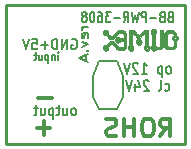
<source format=gbr>
G04 #@! TF.FileFunction,Legend,Bot*
%FSLAX46Y46*%
G04 Gerber Fmt 4.6, Leading zero omitted, Abs format (unit mm)*
G04 Created by KiCad (PCBNEW no-vcs-found-product) date 17.07.2015 (пт) 14,56,54 EEST*
%MOMM*%
G01*
G04 APERTURE LIST*
%ADD10C,0.100000*%
%ADD11C,0.300000*%
%ADD12C,0.200000*%
%ADD13C,0.254000*%
%ADD14C,0.175000*%
%ADD15C,0.150000*%
%ADD16C,0.009000*%
%ADD17C,0.127000*%
G04 APERTURE END LIST*
D10*
D11*
X37571928Y-35857571D02*
X38071928Y-35143286D01*
X38429071Y-35857571D02*
X38429071Y-34357571D01*
X37857643Y-34357571D01*
X37714785Y-34429000D01*
X37643357Y-34500429D01*
X37571928Y-34643286D01*
X37571928Y-34857571D01*
X37643357Y-35000429D01*
X37714785Y-35071857D01*
X37857643Y-35143286D01*
X38429071Y-35143286D01*
X36643357Y-34357571D02*
X36357643Y-34357571D01*
X36214785Y-34429000D01*
X36071928Y-34571857D01*
X36000500Y-34857571D01*
X36000500Y-35357571D01*
X36071928Y-35643286D01*
X36214785Y-35786143D01*
X36357643Y-35857571D01*
X36643357Y-35857571D01*
X36786214Y-35786143D01*
X36929071Y-35643286D01*
X37000500Y-35357571D01*
X37000500Y-34857571D01*
X36929071Y-34571857D01*
X36786214Y-34429000D01*
X36643357Y-34357571D01*
X35357642Y-35857571D02*
X35357642Y-34357571D01*
X35357642Y-35071857D02*
X34500499Y-35071857D01*
X34500499Y-35857571D02*
X34500499Y-34357571D01*
X33857642Y-35786143D02*
X33643356Y-35857571D01*
X33286213Y-35857571D01*
X33143356Y-35786143D01*
X33071927Y-35714714D01*
X33000499Y-35571857D01*
X33000499Y-35429000D01*
X33071927Y-35286143D01*
X33143356Y-35214714D01*
X33286213Y-35143286D01*
X33571927Y-35071857D01*
X33714785Y-35000429D01*
X33786213Y-34929000D01*
X33857642Y-34786143D01*
X33857642Y-34643286D01*
X33786213Y-34500429D01*
X33714785Y-34429000D01*
X33571927Y-34357571D01*
X33214785Y-34357571D01*
X33000499Y-34429000D01*
D12*
X38341072Y-30538143D02*
X38417263Y-30495286D01*
X38455358Y-30452429D01*
X38493453Y-30366714D01*
X38493453Y-30109571D01*
X38455358Y-30023857D01*
X38417263Y-29981000D01*
X38341072Y-29938143D01*
X38226786Y-29938143D01*
X38150596Y-29981000D01*
X38112501Y-30023857D01*
X38074405Y-30109571D01*
X38074405Y-30366714D01*
X38112501Y-30452429D01*
X38150596Y-30495286D01*
X38226786Y-30538143D01*
X38341072Y-30538143D01*
X37731548Y-29938143D02*
X37731548Y-30838143D01*
X37731548Y-29981000D02*
X37655357Y-29938143D01*
X37502976Y-29938143D01*
X37426786Y-29981000D01*
X37388691Y-30023857D01*
X37350595Y-30109571D01*
X37350595Y-30366714D01*
X37388691Y-30452429D01*
X37426786Y-30495286D01*
X37502976Y-30538143D01*
X37655357Y-30538143D01*
X37731548Y-30495286D01*
X35979166Y-30538143D02*
X36436309Y-30538143D01*
X36207738Y-30538143D02*
X36207738Y-29638143D01*
X36283928Y-29766714D01*
X36360119Y-29852429D01*
X36436309Y-29895286D01*
X35674404Y-29723857D02*
X35636309Y-29681000D01*
X35560118Y-29638143D01*
X35369642Y-29638143D01*
X35293452Y-29681000D01*
X35255356Y-29723857D01*
X35217261Y-29809571D01*
X35217261Y-29895286D01*
X35255356Y-30023857D01*
X35712499Y-30538143D01*
X35217261Y-30538143D01*
X34988690Y-29638143D02*
X34722023Y-30538143D01*
X34455356Y-29638143D01*
X37941072Y-31955286D02*
X38017262Y-31998143D01*
X38169643Y-31998143D01*
X38245834Y-31955286D01*
X38283929Y-31912429D01*
X38322024Y-31826714D01*
X38322024Y-31569571D01*
X38283929Y-31483857D01*
X38245834Y-31441000D01*
X38169643Y-31398143D01*
X38017262Y-31398143D01*
X37941072Y-31441000D01*
X37483929Y-31998143D02*
X37560120Y-31955286D01*
X37598215Y-31869571D01*
X37598215Y-31098143D01*
X36607738Y-31183857D02*
X36569643Y-31141000D01*
X36493452Y-31098143D01*
X36302976Y-31098143D01*
X36226786Y-31141000D01*
X36188690Y-31183857D01*
X36150595Y-31269571D01*
X36150595Y-31355286D01*
X36188690Y-31483857D01*
X36645833Y-31998143D01*
X36150595Y-31998143D01*
X35464881Y-31398143D02*
X35464881Y-31998143D01*
X35655357Y-31055286D02*
X35845833Y-31698143D01*
X35350595Y-31698143D01*
X35160119Y-31098143D02*
X34893452Y-31998143D01*
X34626785Y-31098143D01*
D11*
X28257428Y-35159143D02*
X27114571Y-35159143D01*
X27686000Y-35730571D02*
X27686000Y-34587714D01*
X28384428Y-32619143D02*
X27241571Y-32619143D01*
D13*
X39700000Y-36500000D02*
X39700000Y-24750000D01*
X35941000Y-36500000D02*
X39700000Y-36500000D01*
X35941000Y-24750000D02*
X39700000Y-24750000D01*
D12*
X31476905Y-26610643D02*
X30943571Y-26610643D01*
X31095952Y-26610643D02*
X31019762Y-26653500D01*
X30981667Y-26696357D01*
X30943571Y-26782071D01*
X30943571Y-26867786D01*
X31438810Y-27510643D02*
X31476905Y-27424929D01*
X31476905Y-27253500D01*
X31438810Y-27167786D01*
X31362619Y-27124929D01*
X31057857Y-27124929D01*
X30981667Y-27167786D01*
X30943571Y-27253500D01*
X30943571Y-27424929D01*
X30981667Y-27510643D01*
X31057857Y-27553500D01*
X31134048Y-27553500D01*
X31210238Y-27124929D01*
X30943571Y-27853500D02*
X31476905Y-28067786D01*
X30943571Y-28282072D01*
X31400714Y-28624929D02*
X31438810Y-28667786D01*
X31476905Y-28624929D01*
X31438810Y-28582072D01*
X31400714Y-28624929D01*
X31476905Y-28624929D01*
X31248333Y-29010643D02*
X31248333Y-29439214D01*
X31476905Y-28924928D02*
X30676905Y-29224928D01*
X31476905Y-29524928D01*
D14*
X38398001Y-25716714D02*
X38298001Y-25759571D01*
X38264668Y-25802429D01*
X38231334Y-25888143D01*
X38231334Y-26016714D01*
X38264668Y-26102429D01*
X38298001Y-26145286D01*
X38364668Y-26188143D01*
X38631334Y-26188143D01*
X38631334Y-25288143D01*
X38398001Y-25288143D01*
X38331334Y-25331000D01*
X38298001Y-25373857D01*
X38264668Y-25459571D01*
X38264668Y-25545286D01*
X38298001Y-25631000D01*
X38331334Y-25673857D01*
X38398001Y-25716714D01*
X38631334Y-25716714D01*
X37698001Y-25716714D02*
X37598001Y-25759571D01*
X37564668Y-25802429D01*
X37531334Y-25888143D01*
X37531334Y-26016714D01*
X37564668Y-26102429D01*
X37598001Y-26145286D01*
X37664668Y-26188143D01*
X37931334Y-26188143D01*
X37931334Y-25288143D01*
X37698001Y-25288143D01*
X37631334Y-25331000D01*
X37598001Y-25373857D01*
X37564668Y-25459571D01*
X37564668Y-25545286D01*
X37598001Y-25631000D01*
X37631334Y-25673857D01*
X37698001Y-25716714D01*
X37931334Y-25716714D01*
X37231334Y-25845286D02*
X36698001Y-25845286D01*
X36364667Y-26188143D02*
X36364667Y-25288143D01*
X36098001Y-25288143D01*
X36031334Y-25331000D01*
X35998001Y-25373857D01*
X35964667Y-25459571D01*
X35964667Y-25588143D01*
X35998001Y-25673857D01*
X36031334Y-25716714D01*
X36098001Y-25759571D01*
X36364667Y-25759571D01*
X35731334Y-25288143D02*
X35564667Y-26188143D01*
X35431334Y-25545286D01*
X35298001Y-26188143D01*
X35131334Y-25288143D01*
X34464667Y-26188143D02*
X34698001Y-25759571D01*
X34864667Y-26188143D02*
X34864667Y-25288143D01*
X34598001Y-25288143D01*
X34531334Y-25331000D01*
X34498001Y-25373857D01*
X34464667Y-25459571D01*
X34464667Y-25588143D01*
X34498001Y-25673857D01*
X34531334Y-25716714D01*
X34598001Y-25759571D01*
X34864667Y-25759571D01*
X34164667Y-25845286D02*
X33631334Y-25845286D01*
X33364667Y-25288143D02*
X32931334Y-25288143D01*
X33164667Y-25631000D01*
X33064667Y-25631000D01*
X32998000Y-25673857D01*
X32964667Y-25716714D01*
X32931334Y-25802429D01*
X32931334Y-26016714D01*
X32964667Y-26102429D01*
X32998000Y-26145286D01*
X33064667Y-26188143D01*
X33264667Y-26188143D01*
X33331334Y-26145286D01*
X33364667Y-26102429D01*
X32331333Y-25288143D02*
X32464667Y-25288143D01*
X32531333Y-25331000D01*
X32564667Y-25373857D01*
X32631333Y-25502429D01*
X32664667Y-25673857D01*
X32664667Y-26016714D01*
X32631333Y-26102429D01*
X32598000Y-26145286D01*
X32531333Y-26188143D01*
X32398000Y-26188143D01*
X32331333Y-26145286D01*
X32298000Y-26102429D01*
X32264667Y-26016714D01*
X32264667Y-25802429D01*
X32298000Y-25716714D01*
X32331333Y-25673857D01*
X32398000Y-25631000D01*
X32531333Y-25631000D01*
X32598000Y-25673857D01*
X32631333Y-25716714D01*
X32664667Y-25802429D01*
X31831333Y-25288143D02*
X31764666Y-25288143D01*
X31698000Y-25331000D01*
X31664666Y-25373857D01*
X31631333Y-25459571D01*
X31598000Y-25631000D01*
X31598000Y-25845286D01*
X31631333Y-26016714D01*
X31664666Y-26102429D01*
X31698000Y-26145286D01*
X31764666Y-26188143D01*
X31831333Y-26188143D01*
X31898000Y-26145286D01*
X31931333Y-26102429D01*
X31964666Y-26016714D01*
X31998000Y-25845286D01*
X31998000Y-25631000D01*
X31964666Y-25459571D01*
X31931333Y-25373857D01*
X31898000Y-25331000D01*
X31831333Y-25288143D01*
X31197999Y-25673857D02*
X31264666Y-25631000D01*
X31297999Y-25588143D01*
X31331333Y-25502429D01*
X31331333Y-25459571D01*
X31297999Y-25373857D01*
X31264666Y-25331000D01*
X31197999Y-25288143D01*
X31064666Y-25288143D01*
X30997999Y-25331000D01*
X30964666Y-25373857D01*
X30931333Y-25459571D01*
X30931333Y-25502429D01*
X30964666Y-25588143D01*
X30997999Y-25631000D01*
X31064666Y-25673857D01*
X31197999Y-25673857D01*
X31264666Y-25716714D01*
X31297999Y-25759571D01*
X31331333Y-25845286D01*
X31331333Y-26016714D01*
X31297999Y-26102429D01*
X31264666Y-26145286D01*
X31197999Y-26188143D01*
X31064666Y-26188143D01*
X30997999Y-26145286D01*
X30964666Y-26102429D01*
X30931333Y-26016714D01*
X30931333Y-25845286D01*
X30964666Y-25759571D01*
X30997999Y-25716714D01*
X31064666Y-25673857D01*
D15*
X28925714Y-29399667D02*
X28925714Y-28933000D01*
X28925714Y-28699667D02*
X28954285Y-28733000D01*
X28925714Y-28766333D01*
X28897142Y-28733000D01*
X28925714Y-28699667D01*
X28925714Y-28766333D01*
X28640000Y-28933000D02*
X28640000Y-29399667D01*
X28640000Y-28999667D02*
X28611428Y-28966333D01*
X28554286Y-28933000D01*
X28468571Y-28933000D01*
X28411428Y-28966333D01*
X28382857Y-29033000D01*
X28382857Y-29399667D01*
X28097143Y-28933000D02*
X28097143Y-29633000D01*
X28097143Y-28966333D02*
X28040000Y-28933000D01*
X27925714Y-28933000D01*
X27868571Y-28966333D01*
X27840000Y-28999667D01*
X27811429Y-29066333D01*
X27811429Y-29266333D01*
X27840000Y-29333000D01*
X27868571Y-29366333D01*
X27925714Y-29399667D01*
X28040000Y-29399667D01*
X28097143Y-29366333D01*
X27297143Y-28933000D02*
X27297143Y-29399667D01*
X27554286Y-28933000D02*
X27554286Y-29299667D01*
X27525714Y-29366333D01*
X27468572Y-29399667D01*
X27382857Y-29399667D01*
X27325714Y-29366333D01*
X27297143Y-29333000D01*
X27097143Y-28933000D02*
X26868572Y-28933000D01*
X27011429Y-28699667D02*
X27011429Y-29299667D01*
X26982857Y-29366333D01*
X26925715Y-29399667D01*
X26868572Y-29399667D01*
D12*
X30073523Y-27617000D02*
X30149714Y-27574143D01*
X30263999Y-27574143D01*
X30378285Y-27617000D01*
X30454476Y-27702714D01*
X30492571Y-27788429D01*
X30530666Y-27959857D01*
X30530666Y-28088429D01*
X30492571Y-28259857D01*
X30454476Y-28345571D01*
X30378285Y-28431286D01*
X30263999Y-28474143D01*
X30187809Y-28474143D01*
X30073523Y-28431286D01*
X30035428Y-28388429D01*
X30035428Y-28088429D01*
X30187809Y-28088429D01*
X29692571Y-28474143D02*
X29692571Y-27574143D01*
X29235428Y-28474143D01*
X29235428Y-27574143D01*
X28854476Y-28474143D02*
X28854476Y-27574143D01*
X28664000Y-27574143D01*
X28549714Y-27617000D01*
X28473523Y-27702714D01*
X28435428Y-27788429D01*
X28397333Y-27959857D01*
X28397333Y-28088429D01*
X28435428Y-28259857D01*
X28473523Y-28345571D01*
X28549714Y-28431286D01*
X28664000Y-28474143D01*
X28854476Y-28474143D01*
X28079571Y-28131286D02*
X27470047Y-28131286D01*
X27774809Y-28474143D02*
X27774809Y-27788429D01*
X26708142Y-27574143D02*
X27089095Y-27574143D01*
X27127190Y-28002714D01*
X27089095Y-27959857D01*
X27012904Y-27917000D01*
X26822428Y-27917000D01*
X26746238Y-27959857D01*
X26708142Y-28002714D01*
X26670047Y-28088429D01*
X26670047Y-28302714D01*
X26708142Y-28388429D01*
X26746238Y-28431286D01*
X26822428Y-28474143D01*
X27012904Y-28474143D01*
X27089095Y-28431286D01*
X27127190Y-28388429D01*
X26441476Y-27574143D02*
X26174809Y-28474143D01*
X25908142Y-27574143D01*
X30302001Y-34062143D02*
X30378192Y-34019286D01*
X30416287Y-33976429D01*
X30454382Y-33890714D01*
X30454382Y-33633571D01*
X30416287Y-33547857D01*
X30378192Y-33505000D01*
X30302001Y-33462143D01*
X30187715Y-33462143D01*
X30111525Y-33505000D01*
X30073430Y-33547857D01*
X30035334Y-33633571D01*
X30035334Y-33890714D01*
X30073430Y-33976429D01*
X30111525Y-34019286D01*
X30187715Y-34062143D01*
X30302001Y-34062143D01*
X29349620Y-33462143D02*
X29349620Y-34062143D01*
X29692477Y-33462143D02*
X29692477Y-33933571D01*
X29654382Y-34019286D01*
X29578191Y-34062143D01*
X29463905Y-34062143D01*
X29387715Y-34019286D01*
X29349620Y-33976429D01*
X29082953Y-33462143D02*
X28778191Y-33462143D01*
X28968667Y-33162143D02*
X28968667Y-33933571D01*
X28930572Y-34019286D01*
X28854381Y-34062143D01*
X28778191Y-34062143D01*
X28511524Y-33462143D02*
X28511524Y-34362143D01*
X28511524Y-33505000D02*
X28435333Y-33462143D01*
X28282952Y-33462143D01*
X28206762Y-33505000D01*
X28168667Y-33547857D01*
X28130571Y-33633571D01*
X28130571Y-33890714D01*
X28168667Y-33976429D01*
X28206762Y-34019286D01*
X28282952Y-34062143D01*
X28435333Y-34062143D01*
X28511524Y-34019286D01*
X27444857Y-33462143D02*
X27444857Y-34062143D01*
X27787714Y-33462143D02*
X27787714Y-33933571D01*
X27749619Y-34019286D01*
X27673428Y-34062143D01*
X27559142Y-34062143D01*
X27482952Y-34019286D01*
X27444857Y-33976429D01*
X27178190Y-33462143D02*
X26873428Y-33462143D01*
X27063904Y-33162143D02*
X27063904Y-33933571D01*
X27025809Y-34019286D01*
X26949618Y-34062143D01*
X26873428Y-34062143D01*
D13*
X35941000Y-36500000D02*
X24511000Y-36500000D01*
X24511000Y-24750000D02*
X35941000Y-24750000D01*
X24511000Y-36500000D02*
X24511000Y-24750000D01*
D16*
G36*
X36756658Y-28358094D02*
X36758846Y-28406273D01*
X36768806Y-28449558D01*
X36774755Y-28463742D01*
X36798293Y-28500381D01*
X36831039Y-28536932D01*
X36867940Y-28568350D01*
X36898078Y-28586900D01*
X36921440Y-28594740D01*
X36921440Y-28367990D01*
X36924507Y-28333795D01*
X36935075Y-28311738D01*
X36955198Y-28299723D01*
X36986929Y-28295655D01*
X36992374Y-28295600D01*
X37018029Y-28297375D01*
X37038858Y-28301908D01*
X37046132Y-28305329D01*
X37059353Y-28323325D01*
X37066333Y-28349871D01*
X37067063Y-28379647D01*
X37061532Y-28407330D01*
X37049732Y-28427597D01*
X37046362Y-28430483D01*
X37026257Y-28438266D01*
X36998751Y-28440816D01*
X36969980Y-28438429D01*
X36946080Y-28431406D01*
X36936680Y-28425140D01*
X36926825Y-28410456D01*
X36922225Y-28388999D01*
X36921440Y-28367990D01*
X36921440Y-28594740D01*
X36934054Y-28598973D01*
X36977149Y-28605359D01*
X37021067Y-28605700D01*
X37059510Y-28599637D01*
X37068770Y-28596617D01*
X37100268Y-28581013D01*
X37133397Y-28558825D01*
X37162940Y-28533987D01*
X37183683Y-28510432D01*
X37184330Y-28509459D01*
X37199570Y-28486144D01*
X37361740Y-28486122D01*
X37421008Y-28485844D01*
X37466914Y-28484956D01*
X37501324Y-28483349D01*
X37526109Y-28480914D01*
X37543137Y-28477544D01*
X37550055Y-28475176D01*
X37565384Y-28465540D01*
X37588638Y-28446971D01*
X37617551Y-28421670D01*
X37649857Y-28391840D01*
X37683292Y-28359686D01*
X37715590Y-28327409D01*
X37744485Y-28297213D01*
X37767712Y-28271300D01*
X37783005Y-28251874D01*
X37787364Y-28244410D01*
X37789227Y-28237664D01*
X37790863Y-28226195D01*
X37792287Y-28209117D01*
X37793512Y-28185543D01*
X37794549Y-28154586D01*
X37795414Y-28115358D01*
X37796119Y-28066974D01*
X37796678Y-28008546D01*
X37797103Y-27939186D01*
X37797409Y-27858009D01*
X37797608Y-27764128D01*
X37797713Y-27656654D01*
X37797740Y-27552895D01*
X37797740Y-26885900D01*
X37679630Y-26885900D01*
X37561520Y-26885900D01*
X37561520Y-27516659D01*
X37561520Y-28147419D01*
X37509894Y-28198649D01*
X37458268Y-28249880D01*
X37328919Y-28249858D01*
X37199570Y-28249836D01*
X37184330Y-28226521D01*
X37164934Y-28204018D01*
X37136543Y-28179525D01*
X37104219Y-28156942D01*
X37073023Y-28140166D01*
X37071097Y-28139345D01*
X37032247Y-28129490D01*
X36986829Y-28127731D01*
X36940993Y-28133766D01*
X36900889Y-28147292D01*
X36899917Y-28147771D01*
X36855489Y-28176317D01*
X36814999Y-28214143D01*
X36783254Y-28256504D01*
X36775508Y-28270683D01*
X36762220Y-28310928D01*
X36756658Y-28358094D01*
X36756658Y-28358094D01*
X36756658Y-28358094D01*
G37*
X36756658Y-28358094D02*
X36758846Y-28406273D01*
X36768806Y-28449558D01*
X36774755Y-28463742D01*
X36798293Y-28500381D01*
X36831039Y-28536932D01*
X36867940Y-28568350D01*
X36898078Y-28586900D01*
X36921440Y-28594740D01*
X36921440Y-28367990D01*
X36924507Y-28333795D01*
X36935075Y-28311738D01*
X36955198Y-28299723D01*
X36986929Y-28295655D01*
X36992374Y-28295600D01*
X37018029Y-28297375D01*
X37038858Y-28301908D01*
X37046132Y-28305329D01*
X37059353Y-28323325D01*
X37066333Y-28349871D01*
X37067063Y-28379647D01*
X37061532Y-28407330D01*
X37049732Y-28427597D01*
X37046362Y-28430483D01*
X37026257Y-28438266D01*
X36998751Y-28440816D01*
X36969980Y-28438429D01*
X36946080Y-28431406D01*
X36936680Y-28425140D01*
X36926825Y-28410456D01*
X36922225Y-28388999D01*
X36921440Y-28367990D01*
X36921440Y-28594740D01*
X36934054Y-28598973D01*
X36977149Y-28605359D01*
X37021067Y-28605700D01*
X37059510Y-28599637D01*
X37068770Y-28596617D01*
X37100268Y-28581013D01*
X37133397Y-28558825D01*
X37162940Y-28533987D01*
X37183683Y-28510432D01*
X37184330Y-28509459D01*
X37199570Y-28486144D01*
X37361740Y-28486122D01*
X37421008Y-28485844D01*
X37466914Y-28484956D01*
X37501324Y-28483349D01*
X37526109Y-28480914D01*
X37543137Y-28477544D01*
X37550055Y-28475176D01*
X37565384Y-28465540D01*
X37588638Y-28446971D01*
X37617551Y-28421670D01*
X37649857Y-28391840D01*
X37683292Y-28359686D01*
X37715590Y-28327409D01*
X37744485Y-28297213D01*
X37767712Y-28271300D01*
X37783005Y-28251874D01*
X37787364Y-28244410D01*
X37789227Y-28237664D01*
X37790863Y-28226195D01*
X37792287Y-28209117D01*
X37793512Y-28185543D01*
X37794549Y-28154586D01*
X37795414Y-28115358D01*
X37796119Y-28066974D01*
X37796678Y-28008546D01*
X37797103Y-27939186D01*
X37797409Y-27858009D01*
X37797608Y-27764128D01*
X37797713Y-27656654D01*
X37797740Y-27552895D01*
X37797740Y-26885900D01*
X37679630Y-26885900D01*
X37561520Y-26885900D01*
X37561520Y-27516659D01*
X37561520Y-28147419D01*
X37509894Y-28198649D01*
X37458268Y-28249880D01*
X37328919Y-28249858D01*
X37199570Y-28249836D01*
X37184330Y-28226521D01*
X37164934Y-28204018D01*
X37136543Y-28179525D01*
X37104219Y-28156942D01*
X37073023Y-28140166D01*
X37071097Y-28139345D01*
X37032247Y-28129490D01*
X36986829Y-28127731D01*
X36940993Y-28133766D01*
X36900889Y-28147292D01*
X36899917Y-28147771D01*
X36855489Y-28176317D01*
X36814999Y-28214143D01*
X36783254Y-28256504D01*
X36775508Y-28270683D01*
X36762220Y-28310928D01*
X36756658Y-28358094D01*
X36756658Y-28358094D01*
G36*
X34812443Y-28343021D02*
X34813046Y-28391796D01*
X34822330Y-28438946D01*
X34831924Y-28463742D01*
X34855085Y-28500127D01*
X34887588Y-28536594D01*
X34924416Y-28568112D01*
X34954978Y-28587065D01*
X34978340Y-28594681D01*
X34978340Y-28367990D01*
X34981407Y-28333795D01*
X34991975Y-28311738D01*
X35012098Y-28299723D01*
X35043829Y-28295655D01*
X35049274Y-28295600D01*
X35074929Y-28297375D01*
X35095758Y-28301908D01*
X35103032Y-28305329D01*
X35116253Y-28323325D01*
X35123233Y-28349871D01*
X35123963Y-28379647D01*
X35118432Y-28407330D01*
X35106632Y-28427597D01*
X35103262Y-28430483D01*
X35083157Y-28438266D01*
X35055651Y-28440816D01*
X35026880Y-28438429D01*
X35002980Y-28431406D01*
X34993580Y-28425140D01*
X34983725Y-28410456D01*
X34979125Y-28388999D01*
X34978340Y-28367990D01*
X34978340Y-28594681D01*
X34994781Y-28600041D01*
X35041765Y-28605235D01*
X35090025Y-28602672D01*
X35133650Y-28592373D01*
X35148037Y-28586312D01*
X35191199Y-28558247D01*
X35231196Y-28519753D01*
X35263381Y-28475570D01*
X35271665Y-28460204D01*
X35286212Y-28417365D01*
X35292026Y-28369759D01*
X35288817Y-28323372D01*
X35279851Y-28291862D01*
X35263280Y-28260163D01*
X35240731Y-28227285D01*
X35216056Y-28198253D01*
X35193104Y-28178092D01*
X35192199Y-28177490D01*
X35168884Y-28162250D01*
X35168862Y-27642185D01*
X35168840Y-27122120D01*
X35201281Y-27122120D01*
X35210014Y-27122327D01*
X35218214Y-27123644D01*
X35227098Y-27127112D01*
X35237882Y-27133775D01*
X35251786Y-27144673D01*
X35270024Y-27160850D01*
X35293817Y-27183347D01*
X35324379Y-27213208D01*
X35362929Y-27251473D01*
X35410684Y-27299186D01*
X35426071Y-27314580D01*
X35618420Y-27507040D01*
X35618398Y-27579375D01*
X35618233Y-27612999D01*
X35617146Y-27634842D01*
X35614217Y-27648361D01*
X35608523Y-27657015D01*
X35599144Y-27664263D01*
X35595061Y-27666950D01*
X35569638Y-27689062D01*
X35543802Y-27720597D01*
X35521338Y-27756331D01*
X35506768Y-27788820D01*
X35498243Y-27832481D01*
X35498846Y-27881256D01*
X35508130Y-27928406D01*
X35517724Y-27953202D01*
X35540885Y-27989587D01*
X35573388Y-28026053D01*
X35610216Y-28057572D01*
X35640778Y-28076524D01*
X35664140Y-28084141D01*
X35664140Y-27857450D01*
X35667207Y-27823255D01*
X35677775Y-27801198D01*
X35697898Y-27789183D01*
X35729629Y-27785115D01*
X35735074Y-27785060D01*
X35760729Y-27786835D01*
X35781558Y-27791368D01*
X35788832Y-27794789D01*
X35802053Y-27812785D01*
X35809033Y-27839331D01*
X35809763Y-27869107D01*
X35804232Y-27896790D01*
X35792432Y-27917057D01*
X35789062Y-27919943D01*
X35768957Y-27927726D01*
X35741451Y-27930276D01*
X35712680Y-27927889D01*
X35688780Y-27920866D01*
X35679380Y-27914600D01*
X35669525Y-27899916D01*
X35664925Y-27878459D01*
X35664140Y-27857450D01*
X35664140Y-28084141D01*
X35680581Y-28089501D01*
X35727565Y-28094695D01*
X35775825Y-28092132D01*
X35819450Y-28081833D01*
X35833836Y-28075772D01*
X35876999Y-28047707D01*
X35916996Y-28009213D01*
X35949181Y-27965030D01*
X35957465Y-27949664D01*
X35972012Y-27906825D01*
X35977826Y-27859219D01*
X35974617Y-27812832D01*
X35965651Y-27781322D01*
X35949080Y-27749623D01*
X35926531Y-27716745D01*
X35901856Y-27687713D01*
X35878904Y-27667552D01*
X35877999Y-27666950D01*
X35867194Y-27659405D01*
X35860380Y-27651600D01*
X35856636Y-27640078D01*
X35855040Y-27621379D01*
X35854672Y-27592046D01*
X35854662Y-27579375D01*
X35854640Y-27507040D01*
X36046989Y-27314580D01*
X36097576Y-27263999D01*
X36138613Y-27223160D01*
X36171317Y-27191022D01*
X36196906Y-27166543D01*
X36216596Y-27148679D01*
X36231605Y-27136390D01*
X36243150Y-27128632D01*
X36252449Y-27124364D01*
X36260719Y-27122543D01*
X36269177Y-27122127D01*
X36271779Y-27122120D01*
X36304220Y-27122120D01*
X36304198Y-27642185D01*
X36304176Y-28162250D01*
X36280861Y-28177490D01*
X36255438Y-28199602D01*
X36229602Y-28231137D01*
X36207138Y-28266871D01*
X36192568Y-28299360D01*
X36184043Y-28343021D01*
X36184646Y-28391796D01*
X36193930Y-28438946D01*
X36203524Y-28463742D01*
X36226744Y-28500213D01*
X36259295Y-28536694D01*
X36296133Y-28568136D01*
X36326578Y-28586900D01*
X36349940Y-28594751D01*
X36349940Y-28367990D01*
X36353007Y-28333795D01*
X36363575Y-28311738D01*
X36383698Y-28299723D01*
X36415429Y-28295655D01*
X36420874Y-28295600D01*
X36446529Y-28297375D01*
X36467358Y-28301908D01*
X36474632Y-28305329D01*
X36487853Y-28323325D01*
X36494833Y-28349871D01*
X36495563Y-28379647D01*
X36490032Y-28407330D01*
X36478232Y-28427597D01*
X36474862Y-28430483D01*
X36454757Y-28438266D01*
X36427251Y-28440816D01*
X36398480Y-28438429D01*
X36374580Y-28431406D01*
X36365180Y-28425140D01*
X36355325Y-28410456D01*
X36350725Y-28388999D01*
X36349940Y-28367990D01*
X36349940Y-28594751D01*
X36362208Y-28598874D01*
X36404964Y-28605290D01*
X36448583Y-28605784D01*
X36486803Y-28599993D01*
X36496826Y-28596770D01*
X36546693Y-28570326D01*
X36592051Y-28532044D01*
X36629500Y-28485288D01*
X36651677Y-28443577D01*
X36659769Y-28412138D01*
X36662852Y-28373049D01*
X36660936Y-28333051D01*
X36654032Y-28298885D01*
X36651451Y-28291862D01*
X36634880Y-28260163D01*
X36612331Y-28227285D01*
X36587656Y-28198253D01*
X36564704Y-28178092D01*
X36563799Y-28177490D01*
X36540484Y-28162250D01*
X36540462Y-27524075D01*
X36540440Y-26885900D01*
X36358056Y-26885900D01*
X36299249Y-26886240D01*
X36247850Y-26887214D01*
X36205702Y-26888748D01*
X36174645Y-26890771D01*
X36156521Y-26893211D01*
X36154221Y-26893880D01*
X36144027Y-26900977D01*
X36124482Y-26917654D01*
X36096939Y-26942643D01*
X36062752Y-26974674D01*
X36023276Y-27012481D01*
X35979863Y-27054795D01*
X35934596Y-27099621D01*
X35736421Y-27297383D01*
X35542165Y-27102304D01*
X35496562Y-27056887D01*
X35453403Y-27014625D01*
X35414078Y-26976823D01*
X35379977Y-26944791D01*
X35352491Y-26919835D01*
X35333009Y-26903264D01*
X35323390Y-26896563D01*
X35311228Y-26892940D01*
X35292370Y-26890172D01*
X35265107Y-26888172D01*
X35227732Y-26886852D01*
X35178539Y-26886123D01*
X35115821Y-26885900D01*
X35115745Y-26885900D01*
X34932620Y-26885900D01*
X34932598Y-27524075D01*
X34932576Y-28162250D01*
X34909261Y-28177490D01*
X34883838Y-28199602D01*
X34858002Y-28231137D01*
X34835538Y-28266871D01*
X34820968Y-28299360D01*
X34812443Y-28343021D01*
X34812443Y-28343021D01*
X34812443Y-28343021D01*
G37*
X34812443Y-28343021D02*
X34813046Y-28391796D01*
X34822330Y-28438946D01*
X34831924Y-28463742D01*
X34855085Y-28500127D01*
X34887588Y-28536594D01*
X34924416Y-28568112D01*
X34954978Y-28587065D01*
X34978340Y-28594681D01*
X34978340Y-28367990D01*
X34981407Y-28333795D01*
X34991975Y-28311738D01*
X35012098Y-28299723D01*
X35043829Y-28295655D01*
X35049274Y-28295600D01*
X35074929Y-28297375D01*
X35095758Y-28301908D01*
X35103032Y-28305329D01*
X35116253Y-28323325D01*
X35123233Y-28349871D01*
X35123963Y-28379647D01*
X35118432Y-28407330D01*
X35106632Y-28427597D01*
X35103262Y-28430483D01*
X35083157Y-28438266D01*
X35055651Y-28440816D01*
X35026880Y-28438429D01*
X35002980Y-28431406D01*
X34993580Y-28425140D01*
X34983725Y-28410456D01*
X34979125Y-28388999D01*
X34978340Y-28367990D01*
X34978340Y-28594681D01*
X34994781Y-28600041D01*
X35041765Y-28605235D01*
X35090025Y-28602672D01*
X35133650Y-28592373D01*
X35148037Y-28586312D01*
X35191199Y-28558247D01*
X35231196Y-28519753D01*
X35263381Y-28475570D01*
X35271665Y-28460204D01*
X35286212Y-28417365D01*
X35292026Y-28369759D01*
X35288817Y-28323372D01*
X35279851Y-28291862D01*
X35263280Y-28260163D01*
X35240731Y-28227285D01*
X35216056Y-28198253D01*
X35193104Y-28178092D01*
X35192199Y-28177490D01*
X35168884Y-28162250D01*
X35168862Y-27642185D01*
X35168840Y-27122120D01*
X35201281Y-27122120D01*
X35210014Y-27122327D01*
X35218214Y-27123644D01*
X35227098Y-27127112D01*
X35237882Y-27133775D01*
X35251786Y-27144673D01*
X35270024Y-27160850D01*
X35293817Y-27183347D01*
X35324379Y-27213208D01*
X35362929Y-27251473D01*
X35410684Y-27299186D01*
X35426071Y-27314580D01*
X35618420Y-27507040D01*
X35618398Y-27579375D01*
X35618233Y-27612999D01*
X35617146Y-27634842D01*
X35614217Y-27648361D01*
X35608523Y-27657015D01*
X35599144Y-27664263D01*
X35595061Y-27666950D01*
X35569638Y-27689062D01*
X35543802Y-27720597D01*
X35521338Y-27756331D01*
X35506768Y-27788820D01*
X35498243Y-27832481D01*
X35498846Y-27881256D01*
X35508130Y-27928406D01*
X35517724Y-27953202D01*
X35540885Y-27989587D01*
X35573388Y-28026053D01*
X35610216Y-28057572D01*
X35640778Y-28076524D01*
X35664140Y-28084141D01*
X35664140Y-27857450D01*
X35667207Y-27823255D01*
X35677775Y-27801198D01*
X35697898Y-27789183D01*
X35729629Y-27785115D01*
X35735074Y-27785060D01*
X35760729Y-27786835D01*
X35781558Y-27791368D01*
X35788832Y-27794789D01*
X35802053Y-27812785D01*
X35809033Y-27839331D01*
X35809763Y-27869107D01*
X35804232Y-27896790D01*
X35792432Y-27917057D01*
X35789062Y-27919943D01*
X35768957Y-27927726D01*
X35741451Y-27930276D01*
X35712680Y-27927889D01*
X35688780Y-27920866D01*
X35679380Y-27914600D01*
X35669525Y-27899916D01*
X35664925Y-27878459D01*
X35664140Y-27857450D01*
X35664140Y-28084141D01*
X35680581Y-28089501D01*
X35727565Y-28094695D01*
X35775825Y-28092132D01*
X35819450Y-28081833D01*
X35833836Y-28075772D01*
X35876999Y-28047707D01*
X35916996Y-28009213D01*
X35949181Y-27965030D01*
X35957465Y-27949664D01*
X35972012Y-27906825D01*
X35977826Y-27859219D01*
X35974617Y-27812832D01*
X35965651Y-27781322D01*
X35949080Y-27749623D01*
X35926531Y-27716745D01*
X35901856Y-27687713D01*
X35878904Y-27667552D01*
X35877999Y-27666950D01*
X35867194Y-27659405D01*
X35860380Y-27651600D01*
X35856636Y-27640078D01*
X35855040Y-27621379D01*
X35854672Y-27592046D01*
X35854662Y-27579375D01*
X35854640Y-27507040D01*
X36046989Y-27314580D01*
X36097576Y-27263999D01*
X36138613Y-27223160D01*
X36171317Y-27191022D01*
X36196906Y-27166543D01*
X36216596Y-27148679D01*
X36231605Y-27136390D01*
X36243150Y-27128632D01*
X36252449Y-27124364D01*
X36260719Y-27122543D01*
X36269177Y-27122127D01*
X36271779Y-27122120D01*
X36304220Y-27122120D01*
X36304198Y-27642185D01*
X36304176Y-28162250D01*
X36280861Y-28177490D01*
X36255438Y-28199602D01*
X36229602Y-28231137D01*
X36207138Y-28266871D01*
X36192568Y-28299360D01*
X36184043Y-28343021D01*
X36184646Y-28391796D01*
X36193930Y-28438946D01*
X36203524Y-28463742D01*
X36226744Y-28500213D01*
X36259295Y-28536694D01*
X36296133Y-28568136D01*
X36326578Y-28586900D01*
X36349940Y-28594751D01*
X36349940Y-28367990D01*
X36353007Y-28333795D01*
X36363575Y-28311738D01*
X36383698Y-28299723D01*
X36415429Y-28295655D01*
X36420874Y-28295600D01*
X36446529Y-28297375D01*
X36467358Y-28301908D01*
X36474632Y-28305329D01*
X36487853Y-28323325D01*
X36494833Y-28349871D01*
X36495563Y-28379647D01*
X36490032Y-28407330D01*
X36478232Y-28427597D01*
X36474862Y-28430483D01*
X36454757Y-28438266D01*
X36427251Y-28440816D01*
X36398480Y-28438429D01*
X36374580Y-28431406D01*
X36365180Y-28425140D01*
X36355325Y-28410456D01*
X36350725Y-28388999D01*
X36349940Y-28367990D01*
X36349940Y-28594751D01*
X36362208Y-28598874D01*
X36404964Y-28605290D01*
X36448583Y-28605784D01*
X36486803Y-28599993D01*
X36496826Y-28596770D01*
X36546693Y-28570326D01*
X36592051Y-28532044D01*
X36629500Y-28485288D01*
X36651677Y-28443577D01*
X36659769Y-28412138D01*
X36662852Y-28373049D01*
X36660936Y-28333051D01*
X36654032Y-28298885D01*
X36651451Y-28291862D01*
X36634880Y-28260163D01*
X36612331Y-28227285D01*
X36587656Y-28198253D01*
X36564704Y-28178092D01*
X36563799Y-28177490D01*
X36540484Y-28162250D01*
X36540462Y-27524075D01*
X36540440Y-26885900D01*
X36358056Y-26885900D01*
X36299249Y-26886240D01*
X36247850Y-26887214D01*
X36205702Y-26888748D01*
X36174645Y-26890771D01*
X36156521Y-26893211D01*
X36154221Y-26893880D01*
X36144027Y-26900977D01*
X36124482Y-26917654D01*
X36096939Y-26942643D01*
X36062752Y-26974674D01*
X36023276Y-27012481D01*
X35979863Y-27054795D01*
X35934596Y-27099621D01*
X35736421Y-27297383D01*
X35542165Y-27102304D01*
X35496562Y-27056887D01*
X35453403Y-27014625D01*
X35414078Y-26976823D01*
X35379977Y-26944791D01*
X35352491Y-26919835D01*
X35333009Y-26903264D01*
X35323390Y-26896563D01*
X35311228Y-26892940D01*
X35292370Y-26890172D01*
X35265107Y-26888172D01*
X35227732Y-26886852D01*
X35178539Y-26886123D01*
X35115821Y-26885900D01*
X35115745Y-26885900D01*
X34932620Y-26885900D01*
X34932598Y-27524075D01*
X34932576Y-28162250D01*
X34909261Y-28177490D01*
X34883838Y-28199602D01*
X34858002Y-28231137D01*
X34835538Y-28266871D01*
X34820968Y-28299360D01*
X34812443Y-28343021D01*
X34812443Y-28343021D01*
G36*
X32695198Y-28358094D02*
X32697386Y-28406273D01*
X32707346Y-28449558D01*
X32713295Y-28463742D01*
X32736833Y-28500381D01*
X32769579Y-28536932D01*
X32806480Y-28568350D01*
X32836618Y-28586900D01*
X32859980Y-28594751D01*
X32859980Y-28367990D01*
X32863046Y-28333795D01*
X32873615Y-28311738D01*
X32893738Y-28299723D01*
X32925469Y-28295655D01*
X32930914Y-28295600D01*
X32956569Y-28297375D01*
X32977398Y-28301908D01*
X32984672Y-28305329D01*
X32997893Y-28323325D01*
X33004873Y-28349871D01*
X33005603Y-28379647D01*
X33000072Y-28407330D01*
X32988272Y-28427597D01*
X32984903Y-28430483D01*
X32964797Y-28438266D01*
X32937291Y-28440816D01*
X32908520Y-28438429D01*
X32884620Y-28431406D01*
X32875220Y-28425140D01*
X32865365Y-28410456D01*
X32860765Y-28388999D01*
X32859980Y-28367990D01*
X32859980Y-28594751D01*
X32872248Y-28598874D01*
X32915004Y-28605290D01*
X32958623Y-28605784D01*
X32996843Y-28599993D01*
X33006866Y-28596770D01*
X33056733Y-28570326D01*
X33102091Y-28532044D01*
X33139540Y-28485288D01*
X33161717Y-28443577D01*
X33169886Y-28411803D01*
X33172911Y-28372414D01*
X33170815Y-28332131D01*
X33163621Y-28297675D01*
X33161186Y-28291133D01*
X33149020Y-28262015D01*
X33261580Y-28149267D01*
X33374139Y-28036520D01*
X33416189Y-28036520D01*
X33458239Y-28036520D01*
X33702035Y-28281123D01*
X33753063Y-28332019D01*
X33801537Y-28379788D01*
X33846252Y-28423287D01*
X33886004Y-28461369D01*
X33919589Y-28492888D01*
X33945804Y-28516701D01*
X33963443Y-28531660D01*
X33970350Y-28536393D01*
X33986083Y-28539808D01*
X34014578Y-28542628D01*
X34053366Y-28544854D01*
X34099982Y-28546484D01*
X34151957Y-28547516D01*
X34206825Y-28547948D01*
X34262119Y-28547780D01*
X34315371Y-28547009D01*
X34364114Y-28545635D01*
X34405882Y-28543655D01*
X34438206Y-28541069D01*
X34458620Y-28537874D01*
X34462330Y-28536684D01*
X34476951Y-28527068D01*
X34499345Y-28508197D01*
X34527308Y-28482336D01*
X34558638Y-28451749D01*
X34591132Y-28418703D01*
X34622586Y-28385462D01*
X34650798Y-28354293D01*
X34673565Y-28327461D01*
X34688683Y-28307231D01*
X34693096Y-28299375D01*
X34695381Y-28286253D01*
X34697430Y-28259392D01*
X34699243Y-28220292D01*
X34700819Y-28170453D01*
X34702158Y-28111374D01*
X34703261Y-28044556D01*
X34704127Y-27971497D01*
X34704756Y-27893698D01*
X34705149Y-27812658D01*
X34705306Y-27729877D01*
X34705225Y-27646854D01*
X34704909Y-27565089D01*
X34704355Y-27486082D01*
X34703565Y-27411333D01*
X34702539Y-27342340D01*
X34701276Y-27280604D01*
X34699776Y-27227625D01*
X34698040Y-27184901D01*
X34696067Y-27153933D01*
X34693858Y-27136221D01*
X34693096Y-27133585D01*
X34683460Y-27118256D01*
X34664891Y-27095002D01*
X34639590Y-27066089D01*
X34609761Y-27033783D01*
X34577606Y-27000348D01*
X34545329Y-26968050D01*
X34515133Y-26939155D01*
X34489220Y-26915928D01*
X34469794Y-26900635D01*
X34462330Y-26896276D01*
X34446399Y-26892881D01*
X34417743Y-26890093D01*
X34378826Y-26887913D01*
X34332118Y-26886339D01*
X34280085Y-26885369D01*
X34225193Y-26885001D01*
X34169911Y-26885235D01*
X34116706Y-26886068D01*
X34068044Y-26887500D01*
X34026393Y-26889529D01*
X33994219Y-26892153D01*
X33973991Y-26895372D01*
X33970350Y-26896567D01*
X33959986Y-26904079D01*
X33940138Y-26921309D01*
X33912010Y-26947112D01*
X33876805Y-26980343D01*
X33835728Y-27019855D01*
X33789983Y-27064504D01*
X33740773Y-27113144D01*
X33702035Y-27151837D01*
X33458239Y-27396440D01*
X33416189Y-27396440D01*
X33374139Y-27396440D01*
X33261580Y-27283692D01*
X33149020Y-27170945D01*
X33161186Y-27141827D01*
X33171923Y-27099661D01*
X33173122Y-27051810D01*
X33165060Y-27004244D01*
X33153305Y-26972756D01*
X33122421Y-26924620D01*
X33080973Y-26881667D01*
X33033599Y-26848569D01*
X33026283Y-26844751D01*
X32976763Y-26828102D01*
X32923287Y-26823956D01*
X32870613Y-26832315D01*
X32838457Y-26844751D01*
X32794029Y-26873297D01*
X32753539Y-26911123D01*
X32721794Y-26953484D01*
X32714048Y-26967663D01*
X32704002Y-26991926D01*
X32698448Y-27017259D01*
X32696299Y-27049559D01*
X32696150Y-27064970D01*
X32699634Y-27114951D01*
X32711417Y-27156444D01*
X32733494Y-27194189D01*
X32766134Y-27231206D01*
X32813396Y-27269813D01*
X32859980Y-27292034D01*
X32859980Y-27064970D01*
X32863046Y-27030775D01*
X32873615Y-27008718D01*
X32893738Y-26996703D01*
X32925469Y-26992635D01*
X32930914Y-26992580D01*
X32956569Y-26994355D01*
X32977398Y-26998888D01*
X32984672Y-27002309D01*
X32997893Y-27020305D01*
X33004873Y-27046851D01*
X33005603Y-27076627D01*
X33000072Y-27104310D01*
X32988272Y-27124577D01*
X32984903Y-27127463D01*
X32964797Y-27135246D01*
X32937291Y-27137796D01*
X32908520Y-27135409D01*
X32884620Y-27128386D01*
X32875220Y-27122120D01*
X32865365Y-27107436D01*
X32860765Y-27085979D01*
X32859980Y-27064970D01*
X32859980Y-27292034D01*
X32863692Y-27293805D01*
X32912906Y-27303346D01*
X32955230Y-27306509D01*
X33111440Y-27461600D01*
X33152421Y-27501836D01*
X33190883Y-27538749D01*
X33225244Y-27570885D01*
X33253922Y-27596793D01*
X33275337Y-27615023D01*
X33287906Y-27624121D01*
X33289101Y-27624675D01*
X33308138Y-27628570D01*
X33338368Y-27631197D01*
X33376075Y-27632594D01*
X33417543Y-27632801D01*
X33459055Y-27631855D01*
X33496896Y-27629795D01*
X33527350Y-27626659D01*
X33546700Y-27622487D01*
X33547930Y-27621993D01*
X33558294Y-27614481D01*
X33578142Y-27597251D01*
X33606270Y-27571448D01*
X33641475Y-27538217D01*
X33682552Y-27498705D01*
X33728297Y-27454056D01*
X33777507Y-27405416D01*
X33816245Y-27366723D01*
X34060041Y-27122120D01*
X34212690Y-27122120D01*
X34365339Y-27122120D01*
X34416569Y-27173746D01*
X34467800Y-27225372D01*
X34467800Y-27398536D01*
X34467800Y-27571700D01*
X34317305Y-27571678D01*
X34166810Y-27571656D01*
X34151570Y-27548341D01*
X34132174Y-27525837D01*
X34103783Y-27501345D01*
X34071459Y-27478762D01*
X34040263Y-27461986D01*
X34038337Y-27461165D01*
X33999487Y-27451310D01*
X33954069Y-27449551D01*
X33908233Y-27455586D01*
X33868129Y-27469112D01*
X33867157Y-27469591D01*
X33822729Y-27498137D01*
X33782239Y-27535963D01*
X33750494Y-27578324D01*
X33742748Y-27592503D01*
X33729460Y-27632748D01*
X33723898Y-27679914D01*
X33726086Y-27728093D01*
X33736046Y-27771378D01*
X33741995Y-27785562D01*
X33765489Y-27822149D01*
X33798145Y-27858619D01*
X33834939Y-27889954D01*
X33865318Y-27908616D01*
X33888680Y-27916398D01*
X33888680Y-27689810D01*
X33891746Y-27655615D01*
X33902315Y-27633558D01*
X33922438Y-27621543D01*
X33954169Y-27617475D01*
X33959614Y-27617420D01*
X33985269Y-27619195D01*
X34006098Y-27623728D01*
X34013372Y-27627149D01*
X34026593Y-27645145D01*
X34033573Y-27671691D01*
X34034303Y-27701467D01*
X34028772Y-27729150D01*
X34016972Y-27749417D01*
X34013603Y-27752303D01*
X33993497Y-27760086D01*
X33965991Y-27762636D01*
X33937220Y-27760249D01*
X33913320Y-27753226D01*
X33903920Y-27746960D01*
X33894065Y-27732276D01*
X33889465Y-27710819D01*
X33888680Y-27689810D01*
X33888680Y-27916398D01*
X33908237Y-27922912D01*
X33956840Y-27928798D01*
X34004389Y-27925826D01*
X34029700Y-27919572D01*
X34064640Y-27903662D01*
X34100254Y-27880849D01*
X34131315Y-27854921D01*
X34151570Y-27831279D01*
X34166810Y-27807964D01*
X34317305Y-27807942D01*
X34467800Y-27807920D01*
X34467800Y-28008149D01*
X34467800Y-28208379D01*
X34416174Y-28259609D01*
X34364548Y-28310840D01*
X34212294Y-28310840D01*
X34060041Y-28310840D01*
X33816245Y-28066237D01*
X33765217Y-28015341D01*
X33716743Y-27967572D01*
X33672028Y-27924073D01*
X33632276Y-27885991D01*
X33598691Y-27854471D01*
X33572476Y-27830659D01*
X33554837Y-27815700D01*
X33547930Y-27810967D01*
X33528123Y-27806076D01*
X33496946Y-27802587D01*
X33458204Y-27800500D01*
X33415705Y-27799815D01*
X33373252Y-27800532D01*
X33334651Y-27802652D01*
X33303709Y-27806174D01*
X33284550Y-27810957D01*
X33272880Y-27819043D01*
X33252208Y-27836536D01*
X33224163Y-27861926D01*
X33190377Y-27893701D01*
X33152479Y-27930352D01*
X33112102Y-27970368D01*
X33107701Y-27974787D01*
X32955373Y-28127960D01*
X32916793Y-28127960D01*
X32872446Y-28134929D01*
X32827130Y-28154360D01*
X32783986Y-28184042D01*
X32746158Y-28221763D01*
X32716787Y-28265309D01*
X32714048Y-28270683D01*
X32700760Y-28310928D01*
X32695198Y-28358094D01*
X32695198Y-28358094D01*
X32695198Y-28358094D01*
G37*
X32695198Y-28358094D02*
X32697386Y-28406273D01*
X32707346Y-28449558D01*
X32713295Y-28463742D01*
X32736833Y-28500381D01*
X32769579Y-28536932D01*
X32806480Y-28568350D01*
X32836618Y-28586900D01*
X32859980Y-28594751D01*
X32859980Y-28367990D01*
X32863046Y-28333795D01*
X32873615Y-28311738D01*
X32893738Y-28299723D01*
X32925469Y-28295655D01*
X32930914Y-28295600D01*
X32956569Y-28297375D01*
X32977398Y-28301908D01*
X32984672Y-28305329D01*
X32997893Y-28323325D01*
X33004873Y-28349871D01*
X33005603Y-28379647D01*
X33000072Y-28407330D01*
X32988272Y-28427597D01*
X32984903Y-28430483D01*
X32964797Y-28438266D01*
X32937291Y-28440816D01*
X32908520Y-28438429D01*
X32884620Y-28431406D01*
X32875220Y-28425140D01*
X32865365Y-28410456D01*
X32860765Y-28388999D01*
X32859980Y-28367990D01*
X32859980Y-28594751D01*
X32872248Y-28598874D01*
X32915004Y-28605290D01*
X32958623Y-28605784D01*
X32996843Y-28599993D01*
X33006866Y-28596770D01*
X33056733Y-28570326D01*
X33102091Y-28532044D01*
X33139540Y-28485288D01*
X33161717Y-28443577D01*
X33169886Y-28411803D01*
X33172911Y-28372414D01*
X33170815Y-28332131D01*
X33163621Y-28297675D01*
X33161186Y-28291133D01*
X33149020Y-28262015D01*
X33261580Y-28149267D01*
X33374139Y-28036520D01*
X33416189Y-28036520D01*
X33458239Y-28036520D01*
X33702035Y-28281123D01*
X33753063Y-28332019D01*
X33801537Y-28379788D01*
X33846252Y-28423287D01*
X33886004Y-28461369D01*
X33919589Y-28492888D01*
X33945804Y-28516701D01*
X33963443Y-28531660D01*
X33970350Y-28536393D01*
X33986083Y-28539808D01*
X34014578Y-28542628D01*
X34053366Y-28544854D01*
X34099982Y-28546484D01*
X34151957Y-28547516D01*
X34206825Y-28547948D01*
X34262119Y-28547780D01*
X34315371Y-28547009D01*
X34364114Y-28545635D01*
X34405882Y-28543655D01*
X34438206Y-28541069D01*
X34458620Y-28537874D01*
X34462330Y-28536684D01*
X34476951Y-28527068D01*
X34499345Y-28508197D01*
X34527308Y-28482336D01*
X34558638Y-28451749D01*
X34591132Y-28418703D01*
X34622586Y-28385462D01*
X34650798Y-28354293D01*
X34673565Y-28327461D01*
X34688683Y-28307231D01*
X34693096Y-28299375D01*
X34695381Y-28286253D01*
X34697430Y-28259392D01*
X34699243Y-28220292D01*
X34700819Y-28170453D01*
X34702158Y-28111374D01*
X34703261Y-28044556D01*
X34704127Y-27971497D01*
X34704756Y-27893698D01*
X34705149Y-27812658D01*
X34705306Y-27729877D01*
X34705225Y-27646854D01*
X34704909Y-27565089D01*
X34704355Y-27486082D01*
X34703565Y-27411333D01*
X34702539Y-27342340D01*
X34701276Y-27280604D01*
X34699776Y-27227625D01*
X34698040Y-27184901D01*
X34696067Y-27153933D01*
X34693858Y-27136221D01*
X34693096Y-27133585D01*
X34683460Y-27118256D01*
X34664891Y-27095002D01*
X34639590Y-27066089D01*
X34609761Y-27033783D01*
X34577606Y-27000348D01*
X34545329Y-26968050D01*
X34515133Y-26939155D01*
X34489220Y-26915928D01*
X34469794Y-26900635D01*
X34462330Y-26896276D01*
X34446399Y-26892881D01*
X34417743Y-26890093D01*
X34378826Y-26887913D01*
X34332118Y-26886339D01*
X34280085Y-26885369D01*
X34225193Y-26885001D01*
X34169911Y-26885235D01*
X34116706Y-26886068D01*
X34068044Y-26887500D01*
X34026393Y-26889529D01*
X33994219Y-26892153D01*
X33973991Y-26895372D01*
X33970350Y-26896567D01*
X33959986Y-26904079D01*
X33940138Y-26921309D01*
X33912010Y-26947112D01*
X33876805Y-26980343D01*
X33835728Y-27019855D01*
X33789983Y-27064504D01*
X33740773Y-27113144D01*
X33702035Y-27151837D01*
X33458239Y-27396440D01*
X33416189Y-27396440D01*
X33374139Y-27396440D01*
X33261580Y-27283692D01*
X33149020Y-27170945D01*
X33161186Y-27141827D01*
X33171923Y-27099661D01*
X33173122Y-27051810D01*
X33165060Y-27004244D01*
X33153305Y-26972756D01*
X33122421Y-26924620D01*
X33080973Y-26881667D01*
X33033599Y-26848569D01*
X33026283Y-26844751D01*
X32976763Y-26828102D01*
X32923287Y-26823956D01*
X32870613Y-26832315D01*
X32838457Y-26844751D01*
X32794029Y-26873297D01*
X32753539Y-26911123D01*
X32721794Y-26953484D01*
X32714048Y-26967663D01*
X32704002Y-26991926D01*
X32698448Y-27017259D01*
X32696299Y-27049559D01*
X32696150Y-27064970D01*
X32699634Y-27114951D01*
X32711417Y-27156444D01*
X32733494Y-27194189D01*
X32766134Y-27231206D01*
X32813396Y-27269813D01*
X32859980Y-27292034D01*
X32859980Y-27064970D01*
X32863046Y-27030775D01*
X32873615Y-27008718D01*
X32893738Y-26996703D01*
X32925469Y-26992635D01*
X32930914Y-26992580D01*
X32956569Y-26994355D01*
X32977398Y-26998888D01*
X32984672Y-27002309D01*
X32997893Y-27020305D01*
X33004873Y-27046851D01*
X33005603Y-27076627D01*
X33000072Y-27104310D01*
X32988272Y-27124577D01*
X32984903Y-27127463D01*
X32964797Y-27135246D01*
X32937291Y-27137796D01*
X32908520Y-27135409D01*
X32884620Y-27128386D01*
X32875220Y-27122120D01*
X32865365Y-27107436D01*
X32860765Y-27085979D01*
X32859980Y-27064970D01*
X32859980Y-27292034D01*
X32863692Y-27293805D01*
X32912906Y-27303346D01*
X32955230Y-27306509D01*
X33111440Y-27461600D01*
X33152421Y-27501836D01*
X33190883Y-27538749D01*
X33225244Y-27570885D01*
X33253922Y-27596793D01*
X33275337Y-27615023D01*
X33287906Y-27624121D01*
X33289101Y-27624675D01*
X33308138Y-27628570D01*
X33338368Y-27631197D01*
X33376075Y-27632594D01*
X33417543Y-27632801D01*
X33459055Y-27631855D01*
X33496896Y-27629795D01*
X33527350Y-27626659D01*
X33546700Y-27622487D01*
X33547930Y-27621993D01*
X33558294Y-27614481D01*
X33578142Y-27597251D01*
X33606270Y-27571448D01*
X33641475Y-27538217D01*
X33682552Y-27498705D01*
X33728297Y-27454056D01*
X33777507Y-27405416D01*
X33816245Y-27366723D01*
X34060041Y-27122120D01*
X34212690Y-27122120D01*
X34365339Y-27122120D01*
X34416569Y-27173746D01*
X34467800Y-27225372D01*
X34467800Y-27398536D01*
X34467800Y-27571700D01*
X34317305Y-27571678D01*
X34166810Y-27571656D01*
X34151570Y-27548341D01*
X34132174Y-27525837D01*
X34103783Y-27501345D01*
X34071459Y-27478762D01*
X34040263Y-27461986D01*
X34038337Y-27461165D01*
X33999487Y-27451310D01*
X33954069Y-27449551D01*
X33908233Y-27455586D01*
X33868129Y-27469112D01*
X33867157Y-27469591D01*
X33822729Y-27498137D01*
X33782239Y-27535963D01*
X33750494Y-27578324D01*
X33742748Y-27592503D01*
X33729460Y-27632748D01*
X33723898Y-27679914D01*
X33726086Y-27728093D01*
X33736046Y-27771378D01*
X33741995Y-27785562D01*
X33765489Y-27822149D01*
X33798145Y-27858619D01*
X33834939Y-27889954D01*
X33865318Y-27908616D01*
X33888680Y-27916398D01*
X33888680Y-27689810D01*
X33891746Y-27655615D01*
X33902315Y-27633558D01*
X33922438Y-27621543D01*
X33954169Y-27617475D01*
X33959614Y-27617420D01*
X33985269Y-27619195D01*
X34006098Y-27623728D01*
X34013372Y-27627149D01*
X34026593Y-27645145D01*
X34033573Y-27671691D01*
X34034303Y-27701467D01*
X34028772Y-27729150D01*
X34016972Y-27749417D01*
X34013603Y-27752303D01*
X33993497Y-27760086D01*
X33965991Y-27762636D01*
X33937220Y-27760249D01*
X33913320Y-27753226D01*
X33903920Y-27746960D01*
X33894065Y-27732276D01*
X33889465Y-27710819D01*
X33888680Y-27689810D01*
X33888680Y-27916398D01*
X33908237Y-27922912D01*
X33956840Y-27928798D01*
X34004389Y-27925826D01*
X34029700Y-27919572D01*
X34064640Y-27903662D01*
X34100254Y-27880849D01*
X34131315Y-27854921D01*
X34151570Y-27831279D01*
X34166810Y-27807964D01*
X34317305Y-27807942D01*
X34467800Y-27807920D01*
X34467800Y-28008149D01*
X34467800Y-28208379D01*
X34416174Y-28259609D01*
X34364548Y-28310840D01*
X34212294Y-28310840D01*
X34060041Y-28310840D01*
X33816245Y-28066237D01*
X33765217Y-28015341D01*
X33716743Y-27967572D01*
X33672028Y-27924073D01*
X33632276Y-27885991D01*
X33598691Y-27854471D01*
X33572476Y-27830659D01*
X33554837Y-27815700D01*
X33547930Y-27810967D01*
X33528123Y-27806076D01*
X33496946Y-27802587D01*
X33458204Y-27800500D01*
X33415705Y-27799815D01*
X33373252Y-27800532D01*
X33334651Y-27802652D01*
X33303709Y-27806174D01*
X33284550Y-27810957D01*
X33272880Y-27819043D01*
X33252208Y-27836536D01*
X33224163Y-27861926D01*
X33190377Y-27893701D01*
X33152479Y-27930352D01*
X33112102Y-27970368D01*
X33107701Y-27974787D01*
X32955373Y-28127960D01*
X32916793Y-28127960D01*
X32872446Y-28134929D01*
X32827130Y-28154360D01*
X32783986Y-28184042D01*
X32746158Y-28221763D01*
X32716787Y-28265309D01*
X32714048Y-28270683D01*
X32700760Y-28310928D01*
X32695198Y-28358094D01*
X32695198Y-28358094D01*
G36*
X37903181Y-27696469D02*
X37903304Y-27777315D01*
X37903672Y-27856484D01*
X37904285Y-27932439D01*
X37905144Y-28003645D01*
X37906249Y-28068565D01*
X37907600Y-28125665D01*
X37909199Y-28173407D01*
X37911045Y-28210258D01*
X37913139Y-28234680D01*
X37915064Y-28244410D01*
X37924423Y-28258554D01*
X37942792Y-28280533D01*
X37967989Y-28308183D01*
X37997828Y-28339335D01*
X38030126Y-28371824D01*
X38062698Y-28403484D01*
X38093362Y-28432148D01*
X38119932Y-28455650D01*
X38140226Y-28471824D01*
X38140640Y-28472073D01*
X38140640Y-28155070D01*
X38140640Y-27690221D01*
X38140640Y-27225372D01*
X38191871Y-27173746D01*
X38243101Y-27122120D01*
X38422184Y-27122120D01*
X38601268Y-27122120D01*
X38652894Y-27173351D01*
X38676786Y-27197358D01*
X38691864Y-27214321D01*
X38700156Y-27227906D01*
X38703688Y-27241780D01*
X38704488Y-27259609D01*
X38704498Y-27266696D01*
X38703683Y-27291693D01*
X38699834Y-27306776D01*
X38690793Y-27317243D01*
X38681161Y-27324050D01*
X38656493Y-27345443D01*
X38631057Y-27376045D01*
X38608757Y-27410561D01*
X38593980Y-27442302D01*
X38583100Y-27495092D01*
X38585904Y-27549326D01*
X38601455Y-27602152D01*
X38628816Y-27650717D01*
X38667051Y-27692166D01*
X38679209Y-27701835D01*
X38704100Y-27720290D01*
X38704310Y-27933459D01*
X38704520Y-28146627D01*
X38653289Y-28198254D01*
X38602059Y-28249880D01*
X38419179Y-28249880D01*
X38236300Y-28249880D01*
X38188470Y-28202475D01*
X38140640Y-28155070D01*
X38140640Y-28472073D01*
X38150661Y-28478102D01*
X38165690Y-28480766D01*
X38193533Y-28482904D01*
X38231905Y-28484531D01*
X38278522Y-28485660D01*
X38331100Y-28486304D01*
X38387356Y-28486478D01*
X38445003Y-28486195D01*
X38501760Y-28485470D01*
X38555340Y-28484314D01*
X38603461Y-28482743D01*
X38643837Y-28480770D01*
X38674186Y-28478409D01*
X38692221Y-28475672D01*
X38694752Y-28474842D01*
X38709798Y-28465161D01*
X38732750Y-28446578D01*
X38750240Y-28431121D01*
X38750240Y-27514550D01*
X38753307Y-27480355D01*
X38763875Y-27458298D01*
X38783998Y-27446283D01*
X38815729Y-27442215D01*
X38821174Y-27442160D01*
X38846829Y-27443935D01*
X38867658Y-27448468D01*
X38874932Y-27451889D01*
X38888153Y-27469885D01*
X38895133Y-27496431D01*
X38895863Y-27526207D01*
X38890332Y-27553890D01*
X38878532Y-27574157D01*
X38875162Y-27577043D01*
X38855057Y-27584826D01*
X38827551Y-27587376D01*
X38798780Y-27584989D01*
X38774880Y-27577966D01*
X38765480Y-27571700D01*
X38755625Y-27557016D01*
X38751025Y-27535559D01*
X38750240Y-27514550D01*
X38750240Y-28431121D01*
X38761358Y-28421295D01*
X38793373Y-28391509D01*
X38826547Y-28359423D01*
X38858628Y-28327234D01*
X38887369Y-28297144D01*
X38910520Y-28271352D01*
X38925831Y-28252058D01*
X38930364Y-28244410D01*
X38933391Y-28233799D01*
X38935813Y-28216833D01*
X38937685Y-28192081D01*
X38939061Y-28158113D01*
X38939995Y-28113498D01*
X38940542Y-28056806D01*
X38940754Y-27986605D01*
X38940762Y-27970090D01*
X38940784Y-27720290D01*
X38964099Y-27705050D01*
X38986887Y-27685392D01*
X39011568Y-27656643D01*
X39034290Y-27623828D01*
X39051204Y-27591972D01*
X39051751Y-27590678D01*
X39060002Y-27558773D01*
X39063145Y-27519296D01*
X39061183Y-27479035D01*
X39054114Y-27444775D01*
X39051751Y-27438422D01*
X39035180Y-27406723D01*
X39012631Y-27373845D01*
X38987956Y-27344813D01*
X38965004Y-27324652D01*
X38964099Y-27324050D01*
X38940784Y-27308810D01*
X38940762Y-27235011D01*
X38939935Y-27200419D01*
X38937739Y-27169387D01*
X38934565Y-27146589D01*
X38932744Y-27139761D01*
X38924282Y-27126425D01*
X38906689Y-27104949D01*
X38882085Y-27077473D01*
X38852592Y-27046132D01*
X38820332Y-27013067D01*
X38787424Y-26980414D01*
X38755992Y-26950312D01*
X38728156Y-26924899D01*
X38706038Y-26906313D01*
X38691758Y-26896692D01*
X38691430Y-26896545D01*
X38676163Y-26893317D01*
X38647980Y-26890613D01*
X38609195Y-26888434D01*
X38562123Y-26886782D01*
X38509079Y-26885656D01*
X38452377Y-26885059D01*
X38394333Y-26884991D01*
X38337260Y-26885454D01*
X38283474Y-26886448D01*
X38235290Y-26887976D01*
X38195021Y-26890038D01*
X38164983Y-26892635D01*
X38147491Y-26895768D01*
X38146110Y-26896276D01*
X38131489Y-26905892D01*
X38109095Y-26924763D01*
X38081132Y-26950624D01*
X38049802Y-26981211D01*
X38017308Y-27014257D01*
X37985854Y-27047498D01*
X37957642Y-27078667D01*
X37934875Y-27105499D01*
X37919757Y-27125729D01*
X37915344Y-27133585D01*
X37913038Y-27146744D01*
X37910973Y-27173583D01*
X37909150Y-27212565D01*
X37907569Y-27262156D01*
X37906229Y-27320819D01*
X37905133Y-27387019D01*
X37904279Y-27459219D01*
X37903669Y-27535885D01*
X37903303Y-27615480D01*
X37903181Y-27696469D01*
X37903181Y-27696469D01*
X37903181Y-27696469D01*
G37*
X37903181Y-27696469D02*
X37903304Y-27777315D01*
X37903672Y-27856484D01*
X37904285Y-27932439D01*
X37905144Y-28003645D01*
X37906249Y-28068565D01*
X37907600Y-28125665D01*
X37909199Y-28173407D01*
X37911045Y-28210258D01*
X37913139Y-28234680D01*
X37915064Y-28244410D01*
X37924423Y-28258554D01*
X37942792Y-28280533D01*
X37967989Y-28308183D01*
X37997828Y-28339335D01*
X38030126Y-28371824D01*
X38062698Y-28403484D01*
X38093362Y-28432148D01*
X38119932Y-28455650D01*
X38140226Y-28471824D01*
X38140640Y-28472073D01*
X38140640Y-28155070D01*
X38140640Y-27690221D01*
X38140640Y-27225372D01*
X38191871Y-27173746D01*
X38243101Y-27122120D01*
X38422184Y-27122120D01*
X38601268Y-27122120D01*
X38652894Y-27173351D01*
X38676786Y-27197358D01*
X38691864Y-27214321D01*
X38700156Y-27227906D01*
X38703688Y-27241780D01*
X38704488Y-27259609D01*
X38704498Y-27266696D01*
X38703683Y-27291693D01*
X38699834Y-27306776D01*
X38690793Y-27317243D01*
X38681161Y-27324050D01*
X38656493Y-27345443D01*
X38631057Y-27376045D01*
X38608757Y-27410561D01*
X38593980Y-27442302D01*
X38583100Y-27495092D01*
X38585904Y-27549326D01*
X38601455Y-27602152D01*
X38628816Y-27650717D01*
X38667051Y-27692166D01*
X38679209Y-27701835D01*
X38704100Y-27720290D01*
X38704310Y-27933459D01*
X38704520Y-28146627D01*
X38653289Y-28198254D01*
X38602059Y-28249880D01*
X38419179Y-28249880D01*
X38236300Y-28249880D01*
X38188470Y-28202475D01*
X38140640Y-28155070D01*
X38140640Y-28472073D01*
X38150661Y-28478102D01*
X38165690Y-28480766D01*
X38193533Y-28482904D01*
X38231905Y-28484531D01*
X38278522Y-28485660D01*
X38331100Y-28486304D01*
X38387356Y-28486478D01*
X38445003Y-28486195D01*
X38501760Y-28485470D01*
X38555340Y-28484314D01*
X38603461Y-28482743D01*
X38643837Y-28480770D01*
X38674186Y-28478409D01*
X38692221Y-28475672D01*
X38694752Y-28474842D01*
X38709798Y-28465161D01*
X38732750Y-28446578D01*
X38750240Y-28431121D01*
X38750240Y-27514550D01*
X38753307Y-27480355D01*
X38763875Y-27458298D01*
X38783998Y-27446283D01*
X38815729Y-27442215D01*
X38821174Y-27442160D01*
X38846829Y-27443935D01*
X38867658Y-27448468D01*
X38874932Y-27451889D01*
X38888153Y-27469885D01*
X38895133Y-27496431D01*
X38895863Y-27526207D01*
X38890332Y-27553890D01*
X38878532Y-27574157D01*
X38875162Y-27577043D01*
X38855057Y-27584826D01*
X38827551Y-27587376D01*
X38798780Y-27584989D01*
X38774880Y-27577966D01*
X38765480Y-27571700D01*
X38755625Y-27557016D01*
X38751025Y-27535559D01*
X38750240Y-27514550D01*
X38750240Y-28431121D01*
X38761358Y-28421295D01*
X38793373Y-28391509D01*
X38826547Y-28359423D01*
X38858628Y-28327234D01*
X38887369Y-28297144D01*
X38910520Y-28271352D01*
X38925831Y-28252058D01*
X38930364Y-28244410D01*
X38933391Y-28233799D01*
X38935813Y-28216833D01*
X38937685Y-28192081D01*
X38939061Y-28158113D01*
X38939995Y-28113498D01*
X38940542Y-28056806D01*
X38940754Y-27986605D01*
X38940762Y-27970090D01*
X38940784Y-27720290D01*
X38964099Y-27705050D01*
X38986887Y-27685392D01*
X39011568Y-27656643D01*
X39034290Y-27623828D01*
X39051204Y-27591972D01*
X39051751Y-27590678D01*
X39060002Y-27558773D01*
X39063145Y-27519296D01*
X39061183Y-27479035D01*
X39054114Y-27444775D01*
X39051751Y-27438422D01*
X39035180Y-27406723D01*
X39012631Y-27373845D01*
X38987956Y-27344813D01*
X38965004Y-27324652D01*
X38964099Y-27324050D01*
X38940784Y-27308810D01*
X38940762Y-27235011D01*
X38939935Y-27200419D01*
X38937739Y-27169387D01*
X38934565Y-27146589D01*
X38932744Y-27139761D01*
X38924282Y-27126425D01*
X38906689Y-27104949D01*
X38882085Y-27077473D01*
X38852592Y-27046132D01*
X38820332Y-27013067D01*
X38787424Y-26980414D01*
X38755992Y-26950312D01*
X38728156Y-26924899D01*
X38706038Y-26906313D01*
X38691758Y-26896692D01*
X38691430Y-26896545D01*
X38676163Y-26893317D01*
X38647980Y-26890613D01*
X38609195Y-26888434D01*
X38562123Y-26886782D01*
X38509079Y-26885656D01*
X38452377Y-26885059D01*
X38394333Y-26884991D01*
X38337260Y-26885454D01*
X38283474Y-26886448D01*
X38235290Y-26887976D01*
X38195021Y-26890038D01*
X38164983Y-26892635D01*
X38147491Y-26895768D01*
X38146110Y-26896276D01*
X38131489Y-26905892D01*
X38109095Y-26924763D01*
X38081132Y-26950624D01*
X38049802Y-26981211D01*
X38017308Y-27014257D01*
X37985854Y-27047498D01*
X37957642Y-27078667D01*
X37934875Y-27105499D01*
X37919757Y-27125729D01*
X37915344Y-27133585D01*
X37913038Y-27146744D01*
X37910973Y-27173583D01*
X37909150Y-27212565D01*
X37907569Y-27262156D01*
X37906229Y-27320819D01*
X37905133Y-27387019D01*
X37904279Y-27459219D01*
X37903669Y-27535885D01*
X37903303Y-27615480D01*
X37903181Y-27696469D01*
X37903181Y-27696469D01*
G36*
X36754527Y-27008916D02*
X36761853Y-27062002D01*
X36782620Y-27113066D01*
X36800967Y-27140862D01*
X36820738Y-27163796D01*
X36842184Y-27184611D01*
X36850409Y-27191295D01*
X36875300Y-27209750D01*
X36875510Y-27623135D01*
X36875720Y-28036520D01*
X36921440Y-28036520D01*
X36921440Y-27004010D01*
X36924507Y-26969815D01*
X36935075Y-26947758D01*
X36955198Y-26935743D01*
X36986929Y-26931675D01*
X36992374Y-26931620D01*
X37018029Y-26933395D01*
X37038858Y-26937928D01*
X37046132Y-26941349D01*
X37059353Y-26959345D01*
X37066333Y-26985891D01*
X37067063Y-27015667D01*
X37061532Y-27043350D01*
X37049732Y-27063617D01*
X37046362Y-27066503D01*
X37026257Y-27074286D01*
X36998751Y-27076836D01*
X36969980Y-27074449D01*
X36946080Y-27067426D01*
X36936680Y-27061160D01*
X36926825Y-27046476D01*
X36922225Y-27025019D01*
X36921440Y-27004010D01*
X36921440Y-28036520D01*
X36993830Y-28036520D01*
X37111940Y-28036520D01*
X37111962Y-27623135D01*
X37111984Y-27209750D01*
X37135299Y-27194510D01*
X37158087Y-27174852D01*
X37182768Y-27146103D01*
X37205490Y-27113288D01*
X37222404Y-27081432D01*
X37222951Y-27080138D01*
X37233408Y-27038865D01*
X37234614Y-26991699D01*
X37226860Y-26944625D01*
X37214765Y-26911796D01*
X37183881Y-26863660D01*
X37142433Y-26820707D01*
X37095059Y-26787609D01*
X37087743Y-26783791D01*
X37038223Y-26767142D01*
X36984747Y-26762996D01*
X36932073Y-26771355D01*
X36899917Y-26783791D01*
X36848433Y-26816713D01*
X36807593Y-26857705D01*
X36777956Y-26904748D01*
X36760081Y-26955825D01*
X36754527Y-27008916D01*
X36754527Y-27008916D01*
X36754527Y-27008916D01*
G37*
X36754527Y-27008916D02*
X36761853Y-27062002D01*
X36782620Y-27113066D01*
X36800967Y-27140862D01*
X36820738Y-27163796D01*
X36842184Y-27184611D01*
X36850409Y-27191295D01*
X36875300Y-27209750D01*
X36875510Y-27623135D01*
X36875720Y-28036520D01*
X36921440Y-28036520D01*
X36921440Y-27004010D01*
X36924507Y-26969815D01*
X36935075Y-26947758D01*
X36955198Y-26935743D01*
X36986929Y-26931675D01*
X36992374Y-26931620D01*
X37018029Y-26933395D01*
X37038858Y-26937928D01*
X37046132Y-26941349D01*
X37059353Y-26959345D01*
X37066333Y-26985891D01*
X37067063Y-27015667D01*
X37061532Y-27043350D01*
X37049732Y-27063617D01*
X37046362Y-27066503D01*
X37026257Y-27074286D01*
X36998751Y-27076836D01*
X36969980Y-27074449D01*
X36946080Y-27067426D01*
X36936680Y-27061160D01*
X36926825Y-27046476D01*
X36922225Y-27025019D01*
X36921440Y-27004010D01*
X36921440Y-28036520D01*
X36993830Y-28036520D01*
X37111940Y-28036520D01*
X37111962Y-27623135D01*
X37111984Y-27209750D01*
X37135299Y-27194510D01*
X37158087Y-27174852D01*
X37182768Y-27146103D01*
X37205490Y-27113288D01*
X37222404Y-27081432D01*
X37222951Y-27080138D01*
X37233408Y-27038865D01*
X37234614Y-26991699D01*
X37226860Y-26944625D01*
X37214765Y-26911796D01*
X37183881Y-26863660D01*
X37142433Y-26820707D01*
X37095059Y-26787609D01*
X37087743Y-26783791D01*
X37038223Y-26767142D01*
X36984747Y-26762996D01*
X36932073Y-26771355D01*
X36899917Y-26783791D01*
X36848433Y-26816713D01*
X36807593Y-26857705D01*
X36777956Y-26904748D01*
X36760081Y-26955825D01*
X36754527Y-27008916D01*
X36754527Y-27008916D01*
D17*
X32385000Y-29464000D02*
X31877000Y-30734000D01*
X31877000Y-30734000D02*
X31877000Y-32512000D01*
X31877000Y-32512000D02*
X32385000Y-33528000D01*
X32385000Y-33528000D02*
X33909000Y-33528000D01*
X33909000Y-33528000D02*
X34417000Y-32512000D01*
X34417000Y-32512000D02*
X34417000Y-30734000D01*
X34417000Y-30734000D02*
X33909000Y-29464000D01*
X33909000Y-29464000D02*
X32385000Y-29464000D01*
M02*

</source>
